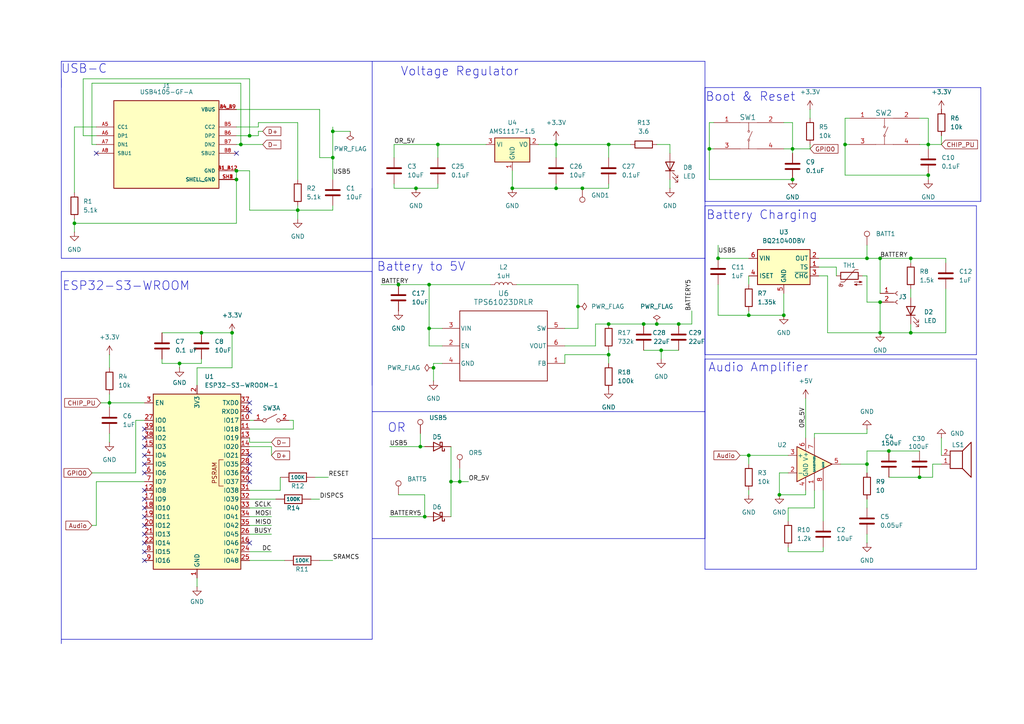
<source format=kicad_sch>
(kicad_sch (version 20231120) (generator "eeschema") (generator_version "8.0")
  (paper "A4")
  (junction (at 217.17 91.44))
  (junction (at 96.52 38.1))
  (junction (at 191.77 101.6))
  (junction (at 189.23 374.65))
  (junction (at 269.24 50.8))
  (junction (at 255.27 87.63))
  (junction (at 115.57 82.55))
  (junction (at 255.27 74.93))
  (junction (at 171.45 367.03))
  (junction (at 226.06 143.51))
  (junction (at 24.13 270.51))
  (junction (at 205.74 43.18))
  (junction (at 69.85 41.91))
  (junction (at 208.28 74.93))
  (junction (at 171.45 382.27))
  (junction (at 264.16 96.52))
  (junction (at 229.87 43.18))
  (junction (at 161.29 54.61))
  (junction (at 161.29 41.91))
  (junction (at 21.59 64.77))
  (junction (at 266.7 138.43))
  (junction (at 186.69 93.98))
  (junction (at 167.64 88.9))
  (junction (at 52.07 105.41))
  (junction (at 148.59 364.49))
  (junction (at 68.58 52.07))
  (junction (at 67.31 96.52))
  (junction (at 123.19 149.86))
  (junction (at 120.65 54.61))
  (junction (at 127 41.91))
  (junction (at 176.53 41.91))
  (junction (at 255.27 96.52))
  (junction (at 280.67 394.97))
  (junction (at 96.52 45.72))
  (junction (at 251.46 74.93))
  (junction (at 196.85 93.98))
  (junction (at 148.59 54.61))
  (junction (at 124.46 82.55))
  (junction (at 31.75 116.84))
  (junction (at 245.11 41.91))
  (junction (at 257.81 130.81))
  (junction (at 115.57 339.09))
  (junction (at 190.5 93.98))
  (junction (at 121.92 129.54))
  (junction (at 115.57 349.25))
  (junction (at 229.87 52.07))
  (junction (at 100.33 359.41))
  (junction (at 227.33 91.44))
  (junction (at 58.42 96.52))
  (junction (at 171.45 394.97))
  (junction (at 251.46 134.62))
  (junction (at 171.45 377.19))
  (junction (at 86.36 60.96))
  (junction (at 269.24 41.91))
  (junction (at 168.91 54.61))
  (junction (at 264.16 74.93))
  (junction (at 100.33 339.09))
  (junction (at 176.53 102.87))
  (junction (at 125.73 106.68))
  (junction (at 171.45 379.73))
  (junction (at 176.53 93.98))
  (junction (at 133.35 139.7))
  (junction (at 24.13 283.21))
  (junction (at 171.45 389.89))
  (junction (at 217.17 132.08))
  (junction (at 130.81 139.7))
  (junction (at 68.58 49.53))
  (junction (at 72.39 39.37))
  (junction (at 130.81 351.79))
  (junction (at 171.45 384.81))
  (junction (at 124.46 95.25))
  (junction (at 171.45 369.57))
  (no_connect (at 41.91 152.4))
  (no_connect (at 41.91 129.54))
  (no_connect (at 27.94 44.45))
  (no_connect (at 303.53 422.91))
  (no_connect (at 41.91 147.32))
  (no_connect (at 41.91 162.56))
  (no_connect (at 41.91 157.48))
  (no_connect (at 41.91 137.16))
  (no_connect (at 41.91 144.78))
  (no_connect (at 303.53 417.83))
  (no_connect (at 72.39 157.48))
  (no_connect (at 41.91 154.94))
  (no_connect (at 283.21 422.91))
  (no_connect (at 72.39 134.62))
  (no_connect (at 41.91 142.24))
  (no_connect (at 41.91 132.08))
  (no_connect (at 41.91 124.46))
  (no_connect (at 72.39 139.7))
  (no_connect (at 283.21 417.83))
  (no_connect (at 41.91 149.86))
  (no_connect (at 41.91 134.62))
  (no_connect (at 72.39 137.16))
  (no_connect (at 72.39 116.84))
  (no_connect (at 41.91 160.02))
  (no_connect (at 72.39 119.38))
  (no_connect (at 191.77 344.17))
  (no_connect (at 72.39 132.08))
  (no_connect (at 191.77 341.63))
  (no_connect (at 41.91 127))
  (no_connect (at 68.58 44.45))
  (wire (pts (xy 303.53 405.13) (xy 321.31 405.13)) (stroke (width 0.1524)))
  (wire (pts (xy 128.27 105.41) (xy 125.73 105.41)))
  (wire (pts (xy 133.35 135.89) (xy 133.35 139.7)))
  (wire (pts (xy 191.77 101.6) (xy 191.77 104.14)))
  (wire (pts (xy 264.16 96.52) (xy 274.32 96.52)))
  (wire (pts (xy 273.05 39.37) (xy 273.05 41.91)))
  (wire (pts (xy 161.29 54.61) (xy 168.91 54.61)))
  (wire (pts (xy 57.15 106.68) (xy 67.31 106.68)))
  (wire (pts (xy 251.46 130.81) (xy 257.81 130.81)))
  (wire (pts (xy 229.87 43.18) (xy 229.87 44.45)))
  (polyline (pts (xy 41.91 384.81) (xy 41.91 410.21)) (stroke (width 0.1524) (type solid)))
  (polyline (pts (xy 107.95 185.42) (xy 107.95 78.74)))
  (wire (pts (xy 171.45 400.05) (xy 171.45 394.97)) (stroke (width 0.1524)))
  (wire (pts (xy 121.92 129.54) (xy 123.19 129.54)))
  (wire (pts (xy 191.77 354.33) (xy 176.53 354.33)) (stroke (width 0.1524)))
  (polyline (pts (xy 107.95 54.61) (xy 107.95 111.76)))
  (polyline (pts (xy 283.21 165.1) (xy 283.21 104.14)))
  (wire (pts (xy 252.73 420.37) (xy 283.21 420.37)) (stroke (width 0.1524)))
  (wire (pts (xy -24.13 283.21) (xy -24.13 280.67)) (stroke (width 0.1524)))
  (polyline (pts (xy -31.75 384.81) (xy 41.91 384.81)) (stroke (width 0.1524) (type solid)))
  (wire (pts (xy 191.77 382.27) (xy 179.07 382.27)) (stroke (width 0.1524)))
  (wire (pts (xy -19.05 270.51) (xy -3.81 270.51)) (stroke (width 0.1524)))
  (wire (pts (xy 24.13 283.21) (xy 24.13 285.75)) (stroke (width 0.1524)))
  (wire (pts (xy 227.33 91.44) (xy 227.33 85.09)))
  (wire (pts (xy 81.28 142.24) (xy 81.28 138.43)))
  (wire (pts (xy 130.81 149.86) (xy 130.81 139.7)))
  (wire (pts (xy 303.53 415.29) (xy 323.85 415.29)) (stroke (width 0.1524)))
  (wire (pts (xy 269.24 34.29) (xy 269.24 41.91)))
  (wire (pts (xy 252.73 415.29) (xy 283.21 415.29)) (stroke (width 0.1524)))
  (wire (pts (xy 148.59 377.19) (xy 148.59 372.11)) (stroke (width 0.1524)))
  (wire (pts (xy 208.28 82.55) (xy 208.28 91.44)))
  (wire (pts (xy 269.24 41.91) (xy 273.05 41.91)))
  (wire (pts (xy 46.99 105.41) (xy 52.07 105.41)))
  (wire (pts (xy 74.93 38.1) (xy 74.93 39.37)))
  (polyline (pts (xy 17.78 17.78) (xy 17.78 25.4)))
  (wire (pts (xy 115.57 346.71) (xy 115.57 349.25)) (stroke (width 0.1524)))
  (wire (pts (xy 68.58 49.53) (xy 68.58 52.07)))
  (wire (pts (xy 217.17 91.44) (xy 217.17 90.17)))
  (wire (pts (xy 92.71 162.56) (xy 96.52 162.56)))
  (wire (pts (xy 72.39 121.92) (xy 73.66 121.92)))
  (wire (pts (xy 196.85 93.98) (xy 200.66 93.98)))
  (wire (pts (xy 179.07 389.89) (xy 171.45 389.89)) (stroke (width 0.1524)))
  (polyline (pts (xy 204.47 102.87) (xy 283.21 102.87)))
  (wire (pts (xy 236.22 147.32) (xy 228.6 147.32)))
  (wire (pts (xy 176.53 41.91) (xy 182.88 41.91)))
  (wire (pts (xy 92.71 31.75) (xy 92.71 45.72)))
  (wire (pts (xy 102.87 359.41) (xy 102.87 364.49)) (stroke (width 0.1524)))
  (wire (pts (xy 176.53 41.91) (xy 176.53 45.72)))
  (wire (pts (xy 176.53 356.87) (xy 191.77 356.87)) (stroke (width 0.1524)))
  (wire (pts (xy 207.01 35.56) (xy 205.74 35.56)))
  (wire (pts (xy 238.76 158.75) (xy 238.76 160.02)))
  (wire (pts (xy 115.57 359.41) (xy 115.57 364.49)) (stroke (width 0.1524)))
  (wire (pts (xy 74.93 334.01) (xy 74.93 339.09)) (stroke (width 0.1524)))
  (polyline (pts (xy 204.47 74.93) (xy 107.95 74.93)))
  (polyline (pts (xy 17.78 78.74) (xy 17.78 80.01)))
  (polyline (pts (xy 204.47 74.93) (xy 204.47 119.38)))
  (wire (pts (xy 227.33 35.56) (xy 229.87 35.56)))
  (wire (pts (xy 86.36 35.56) (xy 86.36 52.07)))
  (wire (pts (xy 217.17 132.08) (xy 217.17 134.62)))
  (wire (pts (xy 251.46 134.62) (xy 251.46 137.16)))
  (wire (pts (xy 205.74 43.18) (xy 205.74 52.07)))
  (wire (pts (xy 26.67 41.91) (xy 26.67 24.13)))
  (wire (pts (xy 100.33 359.41) (xy 82.55 359.41)) (stroke (width 0.1524)))
  (wire (pts (xy 171.45 382.27) (xy 171.45 379.73)) (stroke (width 0.1524)))
  (wire (pts (xy 130.81 339.09) (xy 130.81 344.17)) (stroke (width 0.1524)))
  (wire (pts (xy 115.57 82.55) (xy 124.46 82.55)))
  (wire (pts (xy 251.46 71.12) (xy 251.46 74.93)))
  (wire (pts (xy 205.74 35.56) (xy 205.74 43.18)))
  (wire (pts (xy 96.52 36.83) (xy 96.52 38.1)))
  (wire (pts (xy 252.73 407.67) (xy 283.21 407.67)) (stroke (width 0.1524)))
  (wire (pts (xy 186.69 394.97) (xy 191.77 394.97)) (stroke (width 0.1524)))
  (wire (pts (xy 264.16 74.93) (xy 264.16 76.2)))
  (wire (pts (xy 171.45 384.81) (xy 171.45 382.27)) (stroke (width 0.1524)))
  (wire (pts (xy 90.17 144.78) (xy 92.71 144.78)))
  (wire (pts (xy 228.6 147.32) (xy 228.6 151.13)))
  (wire (pts (xy 21.59 283.21) (xy 24.13 283.21)) (stroke (width 0.1524)))
  (wire (pts (xy 217.17 80.01) (xy 217.17 82.55)))
  (wire (pts (xy 194.31 52.07) (xy 194.31 54.61)))
  (wire (pts (xy 24.13 280.67) (xy 24.13 283.21)) (stroke (width 0.1524)))
  (wire (pts (xy 255.27 96.52) (xy 264.16 96.52)))
  (polyline (pts (xy 284.48 25.4) (xy 284.48 58.42)))
  (wire (pts (xy 86.36 60.96) (xy 96.52 60.96)))
  (wire (pts (xy 123.19 143.51) (xy 123.19 149.86)))
  (wire (pts (xy 273.05 132.08) (xy 273.05 127)))
  (wire (pts (xy -19.05 278.13) (xy -3.81 278.13)) (stroke (width 0.1524)))
  (wire (pts (xy 83.82 121.92) (xy 85.09 121.92)))
  (wire (pts (xy 72.39 49.53) (xy 72.39 60.96)))
  (wire (pts (xy 138.43 364.49) (xy 148.59 364.49)) (stroke (width 0.1524)))
  (wire (pts (xy 251.46 80.01) (xy 251.46 87.63)))
  (wire (pts (xy 283.21 397.51) (xy 280.67 397.51)) (stroke (width 0.1524)))
  (wire (pts (xy 171.45 367.03) (xy 173.99 367.03)) (stroke (width 0.1524)))
  (wire (pts (xy 161.29 53.34) (xy 161.29 54.61)))
  (wire (pts (xy 77.47 349.25) (xy 95.25 349.25)) (stroke (width 0.1524)))
  (wire (pts (xy 179.07 384.81) (xy 171.45 384.81)) (stroke (width 0.1524)))
  (wire (pts (xy 227.33 43.18) (xy 229.87 43.18)))
  (wire (pts (xy 245.11 50.8) (xy 269.24 50.8)))
  (wire (pts (xy 114.3 54.61) (xy 120.65 54.61)))
  (wire (pts (xy 29.21 116.84) (xy 31.75 116.84)))
  (wire (pts (xy 68.58 64.77) (xy 21.59 64.77)))
  (wire (pts (xy 156.21 41.91) (xy 161.29 41.91)))
  (wire (pts (xy 266.7 138.43) (xy 270.51 138.43)))
  (wire (pts (xy 208.28 91.44) (xy 217.17 91.44)))
  (wire (pts (xy 31.75 116.84) (xy 41.91 116.84)))
  (wire (pts (xy 191.77 377.19) (xy 171.45 377.19)) (stroke (width 0.1524)))
  (wire (pts (xy 236.22 125.73) (xy 236.22 127)))
  (wire (pts (xy 24.13 22.86) (xy 72.39 22.86)))
  (wire (pts (xy 205.74 52.07) (xy 229.87 52.07)))
  (wire (pts (xy 245.11 41.91) (xy 245.11 50.8)))
  (wire (pts (xy 189.23 374.65) (xy 176.53 374.65)) (stroke (width 0.1524)))
  (wire (pts (xy 100.33 341.63) (xy 100.33 339.09)) (stroke (width 0.1524)))
  (wire (pts (xy 275.59 394.97) (xy 280.67 394.97)) (stroke (width 0.1524)))
  (wire (pts (xy 100.33 351.79) (xy 100.33 359.41)) (stroke (width 0.1524)))
  (wire (pts (xy 127 53.34) (xy 127 54.61)))
  (wire (pts (xy 86.36 59.69) (xy 86.36 60.96)))
  (wire (pts (xy 191.77 372.11) (xy 189.23 372.11)) (stroke (width 0.1524)))
  (wire (pts (xy 208.28 71.12) (xy 208.28 74.93)))
  (wire (pts (xy 251.46 87.63) (xy 255.27 87.63)))
  (wire (pts (xy 39.37 121.92) (xy 41.91 121.92)))
  (wire (pts (xy 21.59 63.5) (xy 21.59 64.77)))
  (wire (pts (xy 114.3 53.34) (xy 114.3 54.61)))
  (wire (pts (xy 191.77 367.03) (xy 181.61 367.03)) (stroke (width 0.1524)))
  (wire (pts (xy 179.07 364.49) (xy 171.45 364.49)) (stroke (width 0.1524)))
  (wire (pts (xy 171.45 389.89) (xy 171.45 384.81)) (stroke (width 0.1524)))
  (wire (pts (xy 228.6 137.16) (xy 226.06 137.16)))
  (wire (pts (xy 69.85 41.91) (xy 76.2 41.91)))
  (wire (pts (xy 31.75 114.3) (xy 31.75 116.84)))
  (wire (pts (xy 121.92 125.73) (xy 121.92 129.54)))
  (wire (pts (xy 72.39 147.32) (xy 78.74 147.32)))
  (wire (pts (xy 200.66 93.98) (xy 200.66 90.17)))
  (wire (pts (xy 255.27 74.93) (xy 264.16 74.93)))
  (wire (pts (xy 243.84 134.62) (xy 251.46 134.62)))
  (wire (pts (xy 163.83 102.87) (xy 163.83 105.41)))
  (wire (pts (xy 130.81 356.87) (xy 130.81 351.79)) (stroke (width 0.1524)))
  (wire (pts (xy 236.22 142.24) (xy 236.22 147.32)))
  (wire (pts (xy 237.49 77.47) (xy 242.57 77.47)))
  (wire (pts (xy 229.87 35.56) (xy 229.87 43.18)))
  (wire (pts (xy 52.07 105.41) (xy 58.42 105.41)))
  (wire (pts (xy 74.93 339.09) (xy 85.09 339.09)) (stroke (width 0.1524)))
  (wire (pts (xy 100.33 359.41) (xy 102.87 359.41)) (stroke (width 0.1524)))
  (wire (pts (xy 303.53 407.67) (xy 318.77 407.67)) (stroke (width 0.1524)))
  (wire (pts (xy 115.57 351.79) (xy 115.57 349.25)) (stroke (width 0.1524)))
  (wire (pts (xy 72.39 152.4) (xy 78.74 152.4)))
  (wire (pts (xy 74.93 36.83) (xy 74.93 35.56)))
  (polyline (pts (xy 204.47 17.78) (xy 204.47 74.93)))
  (wire (pts (xy 72.39 39.37) (xy 74.93 39.37)))
  (wire (pts (xy 72.39 124.46) (xy 85.09 124.46)))
  (wire (pts (xy 246.38 34.29) (xy 245.11 34.29)))
  (wire (pts (xy 226.06 137.16) (xy 226.06 143.51)))
  (wire (pts (xy 208.28 74.93) (xy 217.17 74.93)))
  (wire (pts (xy 27.94 139.7) (xy 27.94 152.4)))
  (polyline (pts (xy 204.47 104.14) (xy 283.21 104.14)))
  (polyline (pts (xy 346.71 290.83) (xy 224.79 290.83)) (stroke (width 0.1524) (type solid)))
  (wire (pts (xy 125.73 105.41) (xy 125.73 106.68)))
  (wire (pts (xy 191.77 392.43) (xy 173.99 392.43)) (stroke (width 0.1524)))
  (wire (pts (xy 96.52 45.72) (xy 96.52 52.07)))
  (wire (pts (xy 270.51 134.62) (xy 273.05 134.62)))
  (wire (pts (xy 266.7 34.29) (xy 269.24 34.29)))
  (wire (pts (xy 264.16 74.93) (xy 274.32 74.93)))
  (wire (pts (xy 251.46 125.73) (xy 251.46 124.46)))
  (polyline (pts (xy 224.79 339.09) (xy 224.79 290.83)) (stroke (width 0.1524) (type solid)))
  (wire (pts (xy 72.39 160.02) (xy 78.74 160.02)))
  (wire (pts (xy 257.81 138.43) (xy 266.7 138.43)))
  (wire (pts (xy 172.72 100.33) (xy 163.83 100.33)))
  (wire (pts (xy 127 41.91) (xy 140.97 41.91)))
  (wire (pts (xy 86.36 60.96) (xy 86.36 63.5)))
  (wire (pts (xy 217.17 132.08) (xy 228.6 132.08)))
  (wire (pts (xy 233.68 142.24) (xy 233.68 143.51)))
  (wire (pts (xy 125.73 349.25) (xy 115.57 349.25)) (stroke (width 0.1524)))
  (wire (pts (xy 191.77 379.73) (xy 186.69 379.73)) (stroke (width 0.1524)))
  (wire (pts (xy 96.52 38.1) (xy 96.52 45.72)))
  (wire (pts (xy 255.27 74.93) (xy 255.27 85.09)))
  (wire (pts (xy 191.77 336.55) (xy 176.53 336.55)) (stroke (width 0.1524)))
  (wire (pts (xy 74.93 35.56) (xy 86.36 35.56)))
  (wire (pts (xy 189.23 372.11) (xy 189.23 374.65)) (stroke (width 0.1524)))
  (wire (pts (xy 214.63 132.08) (xy 217.17 132.08)))
  (wire (pts (xy 217.17 91.44) (xy 227.33 91.44)))
  (wire (pts (xy 27.94 39.37) (xy 24.13 39.37)))
  (wire (pts (xy 190.5 93.98) (xy 196.85 93.98)))
  (wire (pts (xy 21.59 64.77) (xy 21.59 67.31)))
  (polyline (pts (xy 204.47 59.69) (xy 283.21 59.69)))
  (wire (pts (xy 161.29 40.64) (xy 161.29 41.91)))
  (wire (pts (xy 250.19 80.01) (xy 251.46 80.01)))
  (wire (pts (xy 274.32 74.93) (xy 274.32 76.2)))
  (wire (pts (xy 95.25 367.03) (xy 95.25 369.57)) (stroke (width 0.1524)))
  (wire (pts (xy 72.39 128.27) (xy 78.74 128.27)))
  (wire (pts (xy 26.67 137.16) (xy 39.37 137.16)))
  (wire (pts (xy 24.13 270.51) (xy 24.13 273.05)) (stroke (width 0.1524)))
  (wire (pts (xy 68.58 52.07) (xy 68.58 64.77)))
  (wire (pts (xy 237.49 80.01) (xy 240.03 80.01)))
  (wire (pts (xy 67.31 106.68) (xy 67.31 96.52)))
  (wire (pts (xy 191.77 364.49) (xy 186.69 364.49)) (stroke (width 0.1524)))
  (wire (pts (xy 167.64 88.9) (xy 167.64 95.25)))
  (wire (pts (xy 171.45 364.49) (xy 171.45 367.03)) (stroke (width 0.1524)))
  (wire (pts (xy 72.39 39.37) (xy 68.58 39.37)))
  (wire (pts (xy 120.65 54.61) (xy 127 54.61)))
  (wire (pts (xy 113.03 149.86) (xy 123.19 149.86)))
  (wire (pts (xy 266.7 41.91) (xy 269.24 41.91)))
  (wire (pts (xy 176.53 93.98) (xy 172.72 93.98)))
  (wire (pts (xy 240.03 96.52) (xy 255.27 96.52)))
  (polyline (pts (xy 224.79 384.81) (xy 224.79 339.09)) (stroke (width 0.1524) (type solid)))
  (wire (pts (xy 85.09 124.46) (xy 85.09 121.92)))
  (wire (pts (xy 69.85 24.13) (xy 69.85 41.91)))
  (wire (pts (xy 269.24 43.18) (xy 269.24 41.91)))
  (wire (pts (xy 236.22 125.73) (xy 251.46 125.73)))
  (wire (pts (xy 69.85 41.91) (xy 68.58 41.91)))
  (wire (pts (xy 191.77 369.57) (xy 171.45 369.57)) (stroke (width 0.1524)))
  (wire (pts (xy 280.67 394.97) (xy 283.21 394.97)) (stroke (width 0.1524)))
  (wire (pts (xy 274.32 83.82) (xy 274.32 96.52)))
  (wire (pts (xy 96.52 59.69) (xy 96.52 60.96)))
  (polyline (pts (xy 17.78 185.42) (xy 107.95 185.42)))
  (wire (pts (xy 264.16 93.98) (xy 264.16 96.52)))
  (wire (pts (xy 27.94 36.83) (xy 21.59 36.83)))
  (wire (pts (xy 100.33 339.09) (xy 95.25 339.09)) (stroke (width 0.1524)))
  (polyline (pts (xy 17.78 78.74) (xy 107.95 78.74)))
  (wire (pts (xy 148.59 49.53) (xy 148.59 54.61)))
  (wire (pts (xy 252.73 405.13) (xy 283.21 405.13)) (stroke (width 0.1524)))
  (polyline (pts (xy 346.71 384.81) (xy 224.79 384.81)) (stroke (width 0.1524) (type solid)))
  (wire (pts (xy 68.58 36.83) (xy 74.93 36.83)))
  (wire (pts (xy 191.77 101.6) (xy 196.85 101.6)))
  (wire (pts (xy 255.27 87.63) (xy 255.27 96.52)))
  (wire (pts (xy 179.07 394.97) (xy 171.45 394.97)) (stroke (width 0.1524)))
  (wire (pts (xy 171.45 379.73) (xy 171.45 377.19)) (stroke (width 0.1524)))
  (wire (pts (xy 280.67 397.51) (xy 280.67 394.97)) (stroke (width 0.1524)))
  (polyline (pts (xy 204.47 25.4) (xy 204.47 58.42)))
  (polyline (pts (xy 204.47 104.14) (xy 204.47 165.1)))
  (wire (pts (xy 124.46 100.33) (xy 128.27 100.33)))
  (wire (pts (xy 95.25 382.27) (xy 95.25 379.73)) (stroke (width 0.1524)))
  (wire (pts (xy 78.74 129.54) (xy 78.74 132.08)))
  (wire (pts (xy 72.39 149.86) (xy 78.74 149.86)))
  (wire (pts (xy 163.83 102.87) (xy 176.53 102.87)))
  (wire (pts (xy 176.53 102.87) (xy 176.53 105.41)))
  (wire (pts (xy 102.87 364.49) (xy 100.33 364.49)) (stroke (width 0.1524)))
  (wire (pts (xy 176.53 339.09) (xy 191.77 339.09)) (stroke (width 0.1524)))
  (wire (pts (xy 303.53 420.37) (xy 323.85 420.37)) (stroke (width 0.1524)))
  (wire (pts (xy 270.51 138.43) (xy 270.51 134.62)))
  (polyline (pts (xy 204.47 156.21) (xy 204.47 119.38)))
  (wire (pts (xy 242.57 77.47) (xy 242.57 80.01)))
  (wire (pts (xy 176.53 351.79) (xy 191.77 351.79)) (stroke (width 0.1524)))
  (wire (pts (xy 31.75 116.84) (xy 31.75 118.11)))
  (wire (pts (xy 226.06 143.51) (xy 233.68 143.51)))
  (wire (pts (xy 303.53 410.21) (xy 321.31 410.21)) (stroke (width 0.1524)))
  (wire (pts (xy 72.39 154.94) (xy 78.74 154.94)))
  (wire (pts (xy 303.53 412.75) (xy 321.31 412.75)) (stroke (width 0.1524)))
  (wire (pts (xy 171.45 394.97) (xy 171.45 389.89)) (stroke (width 0.1524)))
  (wire (pts (xy 39.37 137.16) (xy 39.37 121.92)))
  (wire (pts (xy 229.87 43.18) (xy 234.95 43.18)))
  (wire (pts (xy 128.27 95.25) (xy 124.46 95.25)))
  (wire (pts (xy 240.03 80.01) (xy 240.03 96.52)))
  (wire (pts (xy 24.13 267.97) (xy 24.13 270.51)))
  (polyline (pts (xy 107.95 74.93) (xy 107.95 17.78)))
  (wire (pts (xy 190.5 41.91) (xy 194.31 41.91)))
  (wire (pts (xy 167.64 82.55) (xy 167.64 88.9)))
  (wire (pts (xy 251.46 144.78) (xy 251.46 147.32)))
  (wire (pts (xy 26.67 152.4) (xy 27.94 152.4)))
  (wire (pts (xy 27.94 139.7) (xy 41.91 139.7)))
  (wire (pts (xy 176.53 359.41) (xy 191.77 359.41)) (stroke (width 0.1524)))
  (polyline (pts (xy 346.71 339.09) (xy 224.79 339.09)) (stroke (width 0.1524) (type solid)))
  (wire (pts (xy 186.69 384.81) (xy 191.77 384.81)) (stroke (width 0.1524)))
  (polyline (pts (xy 17.78 80.01) (xy 17.78 186.69)))
  (wire (pts (xy 148.59 351.79) (xy 130.81 351.79)) (stroke (width 0.1524)))
  (wire (pts (xy 72.39 127) (xy 72.39 128.27)))
  (wire (pts (xy 72.39 60.96) (xy 86.36 60.96)))
  (wire (pts (xy 148.59 54.61) (xy 161.29 54.61)))
  (wire (pts (xy 269.24 50.8) (xy 269.24 52.07)))
  (wire (pts (xy 251.46 154.94) (xy 251.46 157.48)))
  (polyline (pts (xy 204.47 25.4) (xy 284.48 25.4)))
  (wire (pts (xy 57.15 167.64) (xy 57.15 170.18)))
  (polyline (pts (xy 41.91 313.69) (xy 41.91 384.81)) (stroke (width 0.1524) (type solid)))
  (wire (pts (xy 72.39 142.24) (xy 81.28 142.24)))
  (wire (pts (xy 24.13 39.37) (xy 24.13 22.86)))
  (wire (pts (xy 171.45 377.19) (xy 171.45 369.57)) (stroke (width 0.1524)))
  (wire (pts (xy 186.69 389.89) (xy 191.77 389.89)) (stroke (width 0.1524)))
  (wire (pts (xy 74.93 38.1) (xy 76.2 38.1)))
  (polyline (pts (xy 113.03 410.21) (xy 113.03 483.87)) (stroke (width 0.1524) (type solid)))
  (wire (pts (xy 179.07 379.73) (xy 171.45 379.73)) (stroke (width 0.1524)))
  (wire (pts (xy 228.6 158.75) (xy 228.6 160.02)))
  (wire (pts (xy 31.75 125.73) (xy 31.75 128.27)))
  (wire (pts (xy 245.11 34.29) (xy 245.11 41.91)))
  (wire (pts (xy 283.21 427.99) (xy 283.21 429.26)))
  (polyline (pts (xy 284.48 58.42) (xy 204.47 58.42)))
  (wire (pts (xy 46.99 104.14) (xy 46.99 105.41)))
  (polyline (pts (xy 107.95 156.21) (xy 204.47 156.21)))
  (wire (pts (xy 245.11 41.91) (xy 246.38 41.91)))
  (wire (pts (xy 130.81 361.95) (xy 130.81 364.49)) (stroke (width 0.1524)))
  (wire (pts (xy -3.81 283.21) (xy -24.13 283.21)) (stroke (width 0.1524)))
  (wire (pts (xy 191.77 387.35) (xy 173.99 387.35)) (stroke (width 0.1524)))
  (wire (pts (xy 148.59 354.33) (xy 148.59 351.79)) (stroke (width 0.1524)))
  (wire (pts (xy 57.15 111.76) (xy 57.15 106.68)))
  (wire (pts (xy 72.39 162.56) (xy 82.55 162.56)))
  (wire (pts (xy 68.58 31.75) (xy 92.71 31.75)))
  (wire (pts (xy 252.73 410.21) (xy 283.21 410.21)) (stroke (width 0.1524)))
  (wire (pts (xy 31.75 102.87) (xy 31.75 106.68)))
  (wire (pts (xy 161.29 41.91) (xy 161.29 45.72)))
  (wire (pts (xy 251.46 134.62) (xy 251.46 130.81)))
  (wire (pts (xy 21.59 270.51) (xy 24.13 270.51)) (stroke (width 0.1524)))
  (wire (pts (xy 133.35 139.7) (xy 135.89 139.7)))
  (wire (pts (xy 110.49 82.55) (xy 115.57 82.55)))
  (wire (pts (xy 238.76 142.24) (xy 238.76 151.13)))
  (wire (pts (xy 148.59 364.49) (xy 148.59 359.41)) (stroke (width 0.1524)))
  (wire (pts (xy -19.05 275.59) (xy -3.81 275.59)) (stroke (width 0.1524)))
  (wire (pts (xy 251.46 74.93) (xy 255.27 74.93)))
  (wire (pts (xy 186.69 93.98) (xy 190.5 93.98)))
  (wire (pts (xy 124.46 82.55) (xy 142.24 82.55)))
  (wire (pts (xy 191.77 361.95) (xy 176.53 361.95)) (stroke (width 0.1524)))
  (wire (pts (xy 234.95 41.91) (xy 234.95 43.18)))
  (wire (pts (xy 168.91 54.61) (xy 176.53 54.61)))
  (wire (pts (xy 233.68 115.57) (xy 233.68 127)))
  (wire (pts (xy 46.99 96.52) (xy 58.42 96.52)))
  (wire (pts (xy 264.16 83.82) (xy 264.16 86.36)))
  (wire (pts (xy 171.45 369.57) (xy 171.45 367.03)) (stroke (width 0.1524)))
  (polyline (pts (xy 346.71 440.69) (xy 224.79 440.69)) (stroke (width 0.1524) (type solid)))
  (wire (pts (xy 228.6 160.02) (xy 238.76 160.02)))
  (wire (pts (xy 189.23 374.65) (xy 191.77 374.65)) (stroke (width 0.1524)))
  (wire (pts (xy 194.31 41.91) (xy 194.31 44.45)))
  (wire (pts (xy 114.3 45.72) (xy 114.3 41.91)))
  (polyline (pts (xy 107.95 119.38) (xy 204.47 119.38)))
  (wire (pts (xy 176.53 102.87) (xy 176.53 101.6)))
  (wire (pts (xy 205.74 43.18) (xy 207.01 43.18)))
  (wire (pts (xy 27.94 41.91) (xy 26.67 41.91)))
  (polyline (pts (xy 224.79 440.69) (xy 224.79 384.81)) (stroke (width 0.1524) (type solid)))
  (polyline (pts (xy 17.78 74.93) (xy 107.95 74.93)))
  (polyline (pts (xy 107.95 17.78) (xy 204.47 17.78)))
  (wire (pts (xy 130.81 139.7) (xy 133.35 139.7)))
  (wire (pts (xy 124.46 95.25) (xy 124.46 82.55)))
  (polyline (pts (xy 41.91 410.21) (xy 41.91 483.87)) (stroke (width 0.1524) (type solid)))
  (wire (pts (xy 113.03 129.54) (xy 121.92 129.54)))
  (wire (pts (xy 186.69 101.6) (xy 191.77 101.6)))
  (wire (pts (xy -3.81 273.05) (xy -19.05 273.05)) (stroke (width 0.1524)))
  (wire (pts (xy 58.42 96.52) (xy 67.31 96.52)))
  (wire (pts (xy 237.49 74.93) (xy 251.46 74.93)))
  (polyline (pts (xy 17.78 22.86) (xy 17.78 74.93)))
  (wire (pts (xy 100.33 339.09) (xy 115.57 339.09)) (stroke (width 0.1524)))
  (wire (pts (xy 58.42 104.14) (xy 58.42 105.41)))
  (wire (pts (xy 127 41.91) (xy 127 45.72)))
  (wire (pts (xy 124.46 95.25) (xy 124.46 100.33)))
  (wire (pts (xy 172.72 93.98) (xy 172.72 100.33)))
  (wire (pts (xy 52.07 105.41) (xy 52.07 106.68)))
  (wire (pts (xy 100.33 364.49) (xy 100.33 367.03)) (stroke (width 0.1524)))
  (wire (pts (xy 191.77 349.25) (xy 176.53 349.25)) (stroke (width 0.1524)))
  (wire (pts (xy 115.57 143.51) (xy 123.19 143.51)))
  (wire (pts (xy 176.53 93.98) (xy 186.69 93.98)))
  (wire (pts (xy 72.39 144.78) (xy 80.01 144.78)))
  (wire (pts (xy 72.39 129.54) (xy 78.74 129.54)))
  (wire (pts (xy 130.81 139.7) (xy 130.81 129.54)))
  (polyline (pts (xy 283.21 102.87) (xy 283.21 59.69)))
  (wire (pts (xy 125.73 106.68) (xy 125.73 110.49)))
  (wire (pts (xy 96.52 38.1) (xy 101.6 38.1)))
  (polyline (pts (xy 107.95 17.78) (xy 17.78 17.78)))
  (wire (pts (xy 115.57 339.09) (xy 115.57 341.63)) (stroke (width 0.1524)))
  (wire (pts (xy 114.3 41.91) (xy 127 41.91)))
  (wire (pts (xy 149.86 82.55) (xy 167.64 82.55)))
  (wire (pts (xy 92.71 45.72) (xy 96.52 45.72)))
  (wire (pts (xy 234.95 31.75) (xy 234.95 34.29)))
  (wire (pts (xy 115.57 339.09) (xy 130.81 339.09)) (stroke (width 0.1524)))
  (wire (pts (xy 161.29 41.91) (xy 176.53 41.91)))
  (polyline (pts (xy -31.75 313.69) (xy 41.91 313.69)) (stroke (width 0.1524) (type solid)))
  (polyline (pts (xy 224.79 450.85) (xy 224.79 440.69)) (stroke (width 0.1524) (type solid)))
  (polyline (pts (xy 41.91 410.21) (xy 113.03 410.21)) (stroke (width 0.1524) (type solid)))
  (wire (pts (xy 91.44 138.43) (xy 95.25 138.43)))
  (wire (pts (xy 72.39 22.86) (xy 72.39 39.37)))
  (wire (pts (xy 21.59 36.83) (xy 21.59 55.88)))
  (wire (pts (xy 252.73 412.75) (xy 283.21 412.75)) (stroke (width 0.1524)))
  (wire (pts (xy 217.17 142.24) (xy 217.17 143.51)))
  (wire (pts (xy 26.67 24.13) (xy 69.85 24.13)))
  (polyline (pts (xy 224.79 290.83) (xy 224.79 232.41)) (stroke (width 0.1524) (type solid)))
  (polyline (pts (xy 204.47 165.1) (xy 283.21 165.1)))
  (wire (pts (xy 68.58 49.53) (xy 72.39 49.53)))
  (wire (pts (xy 283.21 400.05) (xy 275.59 400.05)) (stroke (width 0.1524)))
  (wire (pts (xy 167.64 95.25) (xy 163.83 95.25)))
  (wire (pts (xy 257.81 130.81) (xy 266.7 130.81)))
  (wire (pts (xy 100.33 367.03) (xy 95.25 367.03)) (stroke (width 0.1524)))
  (polyline (pts (xy 204.47 59.69) (xy 204.47 102.87)))
  (polyline (pts (xy 41.91 232.41) (xy 41.91 313.69)) (stroke (width 0.1524) (type solid)))
  (wire (pts (xy 176.53 53.34) (xy 176.53 54.61)))
  (text "Voltage Regulator" (at 133.35 20.828 0) (effects (font (size 2.54 2.54))))
  (text "FRAMEBUFFER SRAM" (at -11.43 242.57 0) (effects (font (size 2.54 2.159)) (justify left bottom)))
  (text "Battery to 5V" (at 122.174 77.47 0) (effects (font (size 2.54 2.54))))
  (text "Pervasive Displays 2.0\" Breakout" (at 257.81 466.09 0) (effects (font (size 2.54 2.159)) (justify left bottom)))
  (text "SPI SRAM can be used to store the screen" (at -26.67 247.65 0) (effects (font (size 1.778 1.5113)) (justify left bottom)))
  (text "HEADER PINS" (at -11.43 321.31 0) (effects (font (size 2.54 2.159)) (justify left bottom)))
  (text "Battery Charging" (at 220.98 62.484 0) (effects (font (size 2.54 2.54))))
  (text "data if the MCU doesn't have 6KB free SRAM" (at -26.67 250.19 0) (effects (font (size 1.778 1.5113)) (justify left bottom)))
  (text "OR" (at 115.062 124.206 0) (effects (font (size 2.54 2.54))))
  (text "ESP32-S3-WROOM" (at 36.576 83.058 0) (effects (font (size 2.54 2.54))))
  (text "USB-C" (at 24.384 20.066 0) (effects (font (size 2.54 2.54))))
  (text "Boot & Reset" (at 217.678 28.194 0) (effects (font (size 2.54 2.54))))
  (text "Audio Amplifier" (at 219.964 106.68 0) (effects (font (size 2.54 2.54))))
  (text "3/5V -> 3V LEVEL SHIFTING" (at 270.51 389.89 0) (effects (font (size 2.54 2.159)) (justify left bottom)))
  (label "USB5" (at 113.03 129.54 0))
  (label "VGH" (at 173.99 387.35 0) (effects (font (size 1.2446 1.2446))))
  (label "DISPCS_3V" (at 176.53 356.87 0) (effects (font (size 1.2446 1.2446))))
  (label "OR_5V" (at 233.68 118.11 270))
  (label "MOSI_3V" (at 308.61 407.67 0) (effects (font (size 1.2446 1.2446))))
  (label "SCLK_3V" (at 176.53 359.41 0) (effects (font (size 1.2446 1.2446))))
  (label "SCLK_3V" (at 308.61 405.13 0) (effects (font (size 1.2446 1.2446))))
  (label "SRAMCS" (at 252.73 415.29 0) (effects (font (size 1.2446 1.2446))))
  (label "BATTERY5" (at 113.03 149.86 0))
  (label "USB5" (at 208.28 73.66 0))
  (label "RESET" (at 252.73 420.37 0) (effects (font (size 1.2446 1.2446))))
  (label "SCLK" (at 252.73 405.13 0) (effects (font (size 1.2446 1.2446))))
  (label "BATTERY" (at 255.27 74.93 0))
  (label "MOSI_3V" (at -19.05 270.51 0) (effects (font (size 1.2446 1.2446))))
  (label "DISPCS_3V" (at 308.61 410.21 0) (effects (font (size 1.2446 1.2446))))
  (label "DC" (at 78.74 160.02 180))
  (label "RESET_3V" (at 176.53 351.79 0) (effects (font (size 1.2446 1.2446))))
  (label "SRAMCS" (at 96.52 162.56 0))
  (label "DC" (at 252.73 412.75 0) (effects (font (size 1.2446 1.2446))))
  (label "MOSI" (at 252.73 407.67 0) (effects (font (size 1.2446 1.2446))))
  (label "DC_3V" (at 308.61 412.75 0) (effects (font (size 1.2446 1.2446))))
  (label "VGH" (at 115.57 351.79 180) (effects (font (size 1.2446 1.2446))))
  (label "BATTERY" (at 110.49 82.55 0))
  (label "VGL" (at 173.99 392.43 0) (effects (font (size 1.2446 1.2446))))
  (label "VGL" (at 138.43 364.49 180) (effects (font (size 1.2446 1.2446))))
  (label "BUSY" (at 176.53 349.25 0) (effects (font (size 1.2446 1.2446))))
  (label "MISO" (at 78.74 152.4 180))
  (label "MISO" (at -19.05 273.05 0) (effects (font (size 1.2446 1.2446))))
  (label "OR_5V" (at 135.89 139.7 0))
  (label "MOSI_3V" (at 176.53 361.95 0) (effects (font (size 1.2446 1.2446))))
  (label "OR_5V" (at 114.3 41.91 0))
  (label "BUSY" (at 78.74 154.94 180))
  (label "USB5" (at 96.52 50.8 0))
  (label "RESE" (at 176.53 339.09 0) (effects (font (size 1.2446 1.2446))))
  (label "MOSI" (at 78.74 149.86 180))
  (label "SRAMCS_3V" (at 308.61 415.29 0) (effects (font (size 1.2446 1.2446))))
  (label "DISPCS" (at 252.73 410.21 0) (effects (font (size 1.2446 1.2446))))
  (label "GDR" (at 77.47 349.25 180) (effects (font (size 1.2446 1.2446))))
  (label "SCLK" (at 78.74 147.32 180))
  (label "BATTERY5" (at 200.66 90.17 90))
  (label "GDR" (at 176.53 336.55 0) (effects (font (size 1.2446 1.2446))))
  (label "SCLK_3V" (at -19.05 275.59 0) (effects (font (size 1.2446 1.2446))))
  (label "DC_3V" (at 176.53 354.33 0) (effects (font (size 1.2446 1.2446))))
  (label "RESET_3V" (at 308.61 420.37 0) (effects (font (size 1.2446 1.2446))))
  (label "SRAMCS_3V" (at -19.05 278.13 0) (effects (font (size 1.2446 1.2446))))
  (label "RESE" (at 90.17 359.41 0) (effects (font (size 1.2446 1.2446))))
  (label "DISPCS" (at 92.71 144.78 0))
  (label "RESET" (at 95.25 138.43 0))
  (global_label "D+" (shape input) (at 76.2 38.1 0) (property "Intersheetrefs" "${INTERSHEET_REFS}" (effects (hide yes))))
  (global_label "D-" (shape input) (at 76.2 41.91 0) (property "Intersheetrefs" "${INTERSHEET_REFS}" (effects (hide yes))))
  (global_label "Audio" (shape input) (at 214.63 132.08 180) (property "Intersheetrefs" "${INTERSHEET_REFS}" (effects (hide yes))))
  (global_label "GPIO0" (shape input) (at 234.95 43.18 0) (property "Intersheetrefs" "${INTERSHEET_REFS}" (effects (hide yes))))
  (global_label "CHIP_PU" (shape input) (at 273.05 41.91 0) (property "Intersheetrefs" "${INTERSHEET_REFS}" (effects (hide yes))))
  (global_label "D-" (shape input) (at 78.74 128.27 0) (property "Intersheetrefs" "${INTERSHEET_REFS}" (effects (hide yes))))
  (global_label "Audio" (shape input) (at 26.67 152.4 180) (property "Intersheetrefs" "${INTERSHEET_REFS}" (effects (hide yes))))
  (global_label "D+" (shape input) (at 78.74 132.08 0) (property "Intersheetrefs" "${INTERSHEET_REFS}" (effects (hide yes))))
  (global_label "GPIO0" (shape input) (at 26.67 137.16 180) (property "Intersheetrefs" "${INTERSHEET_REFS}" (effects (hide yes))))
  (global_label "CHIP_PU" (shape input) (at 29.21 116.84 180) (property "Intersheetrefs" "${INTERSHEET_REFS}" (effects (hide yes))))
  (symbol (lib_id "power:PWR_FLAG") (at 190.5 93.98 0) (unit 1)
    (property "Reference" "#FLG03" (effects (hide yes)))
    (property "Value" "PWR_FLAG" (at 190.5 88.9 0))
    (property "Description" "Special symbol for telling ERC where power comes from" (effects (hide yes)))
  )
  (symbol (lib_id "Adafruit eInk Breakout Friend-eagle-import:CAP_CERAMIC0805-NOOUTLINE") (at 184.15 384.81 90) (unit 1)
    (property "Reference" "C22" (at 182.9 387.1 90))
    (property "Value" "1uF" (at 182.9 382.51 90))
    (property "Footprint" "Capacitor_SMD:C_0805_2012Metric" (effects (hide yes)))
  )
  (symbol (lib_id "Device:R") (at 176.53 97.79 0) (unit 1)
    (property "Reference" "R17" (at 179.07 96.5199 0) (effects (justify left)))
    (property "Value" "732k" (at 179.07 99.0599 0) (effects (justify left)))
    (property "Footprint" "Resistor_SMD:R_0805_2012Metric" (effects (hide yes)))
    (property "Description" "Resistor" (effects (hide yes)))
  )
  (symbol (lib_id "power:+3.3V") (at 234.95 31.75 0) (unit 1)
    (property "Reference" "#PWR014" (effects (hide yes)))
    (property "Value" "+3.3V" (at 234.95 26.67 0))
    (property "Description" "Power symbol creates a global label with name \"+3.3V\"" (effects (hide yes)))
  )
  (symbol (lib_id "Adafruit eInk Breakout Friend-eagle-import:RESISTOR0805_NOOUTLINE") (at 95.25 374.65 90) (mirror x) (unit 1)
    (property "Reference" "R15" (at 92.71 374.65 0))
    (property "Value" "0.47ohm" (at 95.25 374.65 0) (effects (font (size 1.016 1.016) (bold yes))))
    (property "Footprint" "Resistor_SMD:R_0805_2012Metric" (effects (hide yes)))
  )
  (symbol (lib_id "Adafruit eInk Breakout Friend-eagle-import:CAP_CERAMIC0805-NOOUTLINE") (at 184.15 389.89 90) (unit 1)
    (property "Reference" "C23" (at 182.9 392.18 90))
    (property "Value" "1uF" (at 182.9 387.59 90))
    (property "Footprint" "Capacitor_SMD:C_0805_2012Metric" (effects (hide yes)))
  )
  (symbol (lib_id "power:GND") (at 24.13 285.75 0) (unit 1)
    (property "Reference" "#PWR043" (effects (hide yes)))
    (property "Value" "GND" (at 24.13 290.83 0))
    (property "Description" "Power symbol creates a global label with name \"GND\" , ground" (effects (hide yes)))
  )
  (symbol (lib_id "Adafruit eInk Breakout Friend-eagle-import:INDUCTORNR401") (at 90.17 339.09 0) (mirror y) (unit 1)
    (property "Reference" "L1" (at 90.17 336.55 0) (effects (font (size 1.27 1.0795))))
    (property "Value" "10uH" (at 90.17 340.63 0) (effects (font (size 1.27 1.0795))))
    (property "Footprint" "Adafruit Display Components:Inductor L1" (effects (hide yes)))
  )
  (symbol (lib_id "power:GND") (at 171.45 400.05 0) (unit 1)
    (property "Reference" "#PWR036" (effects (hide yes)))
    (property "Value" "GND" (at 171.45 405.13 0))
    (property "Description" "Power symbol creates a global label with name \"GND\" , ground" (effects (hide yes)))
  )
  (symbol (lib_id "Device:C") (at 176.53 49.53 0) (unit 1)
    (property "Reference" "C27" (at 180.34 48.2599 0) (effects (justify left)))
    (property "Value" "0.1uF" (at 180.34 50.7999 0) (effects (justify left)))
    (property "Footprint" "Capacitor_SMD:C_0805_2012Metric" (effects (hide yes)))
    (property "Description" "Unpolarized capacitor" (effects (hide yes)))
  )
  (symbol (lib_id "Device:R") (at 251.46 140.97 0) (unit 1)
    (property "Reference" "R9" (at 254 139.6999 0) (effects (justify left)))
    (property "Value" "10" (at 254 142.2399 0) (effects (justify left)))
    (property "Footprint" "Resistor_SMD:R_0805_2012Metric" (effects (hide yes)))
    (property "Description" "Resistor" (effects (hide yes)))
  )
  (symbol (lib_id "Device:C") (at 115.57 86.36 0) (unit 1)
    (property "Reference" "C17" (at 119.38 85.0899 0) (effects (justify left)))
    (property "Value" "10uF" (at 119.38 87.6299 0) (effects (justify left)))
    (property "Footprint" "Capacitor_SMD:C_0805_2012Metric" (effects (hide yes)))
    (property "Description" "Unpolarized capacitor" (effects (hide yes)))
  )
  (symbol (lib_id "Device:C") (at 46.99 100.33 0) (unit 1)
    (property "Reference" "C7" (at 50.8 99.0599 0) (effects (justify left)))
    (property "Value" "0.1 uF" (at 50.8 101.5999 0) (effects (justify left)))
    (property "Footprint" "Capacitor_SMD:C_0805_2012Metric" (effects (hide yes)))
    (property "Description" "Unpolarized capacitor" (effects (hide yes)))
  )
  (symbol (lib_id "Adafruit eInk Breakout Friend-eagle-import:CAP_CERAMIC0805-NOOUTLINE") (at 148.59 369.57 0) (mirror y) (unit 1)
    (property "Reference" "C16" (at 150.88 368.32 90))
    (property "Value" "1uF" (at 146.29 368.32 90))
    (property "Footprint" "Capacitor_SMD:C_0805_2012Metric" (effects (hide yes)))
  )
  (symbol (lib_id "Adafruit eInk Breakout Friend-eagle-import:IRLML2060TRPBF") (at 97.79 346.71 0) (unit 1)
    (property "Reference" "Q1" (at 102.87 346.075 0) (effects (font (size 1.27 1.0795)) (justify left bottom)))
    (property "Value" "IRLML0100" (at 102.87 347.98 0) (effects (font (size 1.27 1.0795)) (justify left bottom)))
    (property "Footprint" "Adafruit Display Components:Q1 IRLML0100" (effects (hide yes)))
  )
  (symbol (lib_id "power:+3.3V") (at 31.75 102.87 0) (unit 1)
    (property "Reference" "#PWR04" (effects (hide yes)))
    (property "Value" "+3.3V" (at 31.75 97.79 0))
    (property "Description" "Power symbol creates a global label with name \"+3.3V\"" (effects (hide yes)))
  )
  (symbol (lib_id "power:GND") (at 227.33 91.44 0) (unit 1)
    (property "Reference" "#PWR023" (effects (hide yes)))
    (property "Value" "GND" (at 227.33 96.52 0))
    (property "Description" "Power symbol creates a global label with name \"GND\" , ground" (effects (hide yes)))
  )
  (symbol (lib_id "power:GND") (at 251.46 157.48 0) (unit 1)
    (property "Reference" "#PWR09" (effects (hide yes)))
    (property "Value" "GND" (at 251.46 162.56 0))
    (property "Description" "Power symbol creates a global label with name \"GND\" , ground" (effects (hide yes)))
  )
  (symbol (lib_id "smart-wallet-lib:TPS61023DRLR") (at 146.05 100.33 0) (unit 1)
    (property "Reference" "U6" (at 146.05 85.09 0) (effects (font (size 1.524 1.524))))
    (property "Value" "TPS61023DRLR" (at 146.05 87.63 0) (effects (font (size 1.524 1.524))))
    (property "Footprint" "Smart-Wallet-Footprints:DRL0006A" (effects (hide yes)))
    (property "Datasheet" "TPS61023DRLR" (effects (hide yes)))
  )
  (symbol (lib_id "Device:C") (at 31.75 121.92 0) (unit 1)
    (property "Reference" "C6" (at 35.56 120.6499 0) (effects (justify left)))
    (property "Value" "1uF" (at 35.56 123.1899 0) (effects (justify left)))
    (property "Footprint" "Capacitor_SMD:C_0805_2012Metric" (effects (hide yes)))
    (property "Description" "Unpolarized capacitor" (effects (hide yes)))
  )
  (symbol (lib_id "Connector:TestPoint") (at 168.91 54.61 180) (unit 1)
    (property "Reference" "GND1" (at 171.45 56.6419 0) (effects (justify right)))
    (property "Value" "TestPoint" (effects (hide yes)))
    (property "Footprint" "MountingHole:MountingHole_2.5mm_Pad" (effects (hide yes)))
    (property "Description" "test point" (effects (hide yes)))
  )
  (symbol (lib_id "Adafruit eInk Breakout Friend-eagle-import:CAP_CERAMIC0805-NOOUTLINE") (at 130.81 349.25 0) (mirror y) (unit 1)
    (property "Reference" "C15" (at 133.1 348 90))
    (property "Value" "10uF" (at 128.51 348 90))
    (property "Footprint" "Capacitor_SMD:C_0805_2012Metric" (effects (hide yes)))
  )
  (symbol (lib_id "Adafruit eInk Breakout Friend-eagle-import:RESISTOR_0603_NOOUT") (at 86.36 138.43 180) (unit 1)
    (property "Reference" "R12" (at 86.36 140.97 0))
    (property "Value" "100K" (at 86.36 138.43 0) (effects (font (size 1.016 1.016) (bold yes))))
    (property "Footprint" "Resistor_SMD:R_0805_2012Metric" (effects (hide yes)))
  )
  (symbol (lib_id "Adafruit eInk Breakout Friend-eagle-import:CAP_CERAMIC0805_10MGAP") (at 24.13 278.13 0) (unit 1)
    (property "Reference" "C13" (at 21.84 276.88 90))
    (property "Value" "1uF" (at 26.43 276.88 90))
    (property "Footprint" "Capacitor_SMD:C_0805_2012Metric" (effects (hide yes)))
  )
  (symbol (lib_id "Amplifier_Audio:LM386") (at 236.22 134.62 0) (unit 1)
    (property "Reference" "U2" (at 226.822 129.032 0))
    (property "Value" "LM386" (effects (hide yes)))
    (property "Footprint" "Adafruit Display Components:LM386" (effects (hide yes)))
    (property "Datasheet" "http://www.ti.com/lit/ds/symlink/lm386.pdf" (effects (hide yes)))
    (property "Description" "Low Voltage Audio Power Amplifier, DIP-8/SOIC-8/SSOP-8" (effects (hide yes)))
  )
  (symbol (lib_id "Device:C") (at 196.85 97.79 0) (unit 1)
    (property "Reference" "C29" (at 199.644 96.52 0) (effects (justify left)))
    (property "Value" "22uF" (at 199.644 99.06 0) (effects (justify left)))
    (property "Footprint" "Capacitor_SMD:C_0805_2012Metric" (effects (hide yes)))
    (property "Description" "Unpolarized capacitor" (effects (hide yes)))
  )
  (symbol (lib_id "Device:LED") (at 194.31 48.26 90) (unit 1)
    (property "Reference" "D8" (at 198.12 48.5774 90) (effects (justify right)))
    (property "Value" "LED" (at 198.12 51.1174 90) (effects (justify right)))
    (property "Footprint" "LED_SMD:LED_0805_2012Metric" (effects (hide yes)))
    (property "Description" "Light emitting diode" (effects (hide yes)))
  )
  (symbol (lib_id "Connector:Conn_01x02_Socket") (at 260.35 85.09 0) (unit 1)
    (property "Reference" "J3" (at 260.604 86.106 0) (effects (justify left)))
    (property "Value" "Conn_01x02_Socket" (effects (hide yes)))
    (property "Footprint" "Connector_JST:JST_SH_SM02B-SRSS-TB_1x02-1MP_P1.00mm_Horizontal" (effects (hide yes)))
    (property "Description" "Generic connector, single row, 01x02, script generated" (effects (hide yes)))
  )
  (symbol (lib_id "RF_Module:ESP32-S3-WROOM-1") (at 57.15 139.7 0) (unit 1)
    (property "Reference" "U1" (at 59.3441 109.22 0) (effects (justify left)))
    (property "Value" "ESP32-S3-WROOM-1" (at 59.3441 111.76 0) (effects (justify left)))
    (property "Footprint" "RF_Module:ESP32-S3-WROOM-1" (effects (hide yes)))
    (property "Datasheet" "https://www.espressif.com/sites/default/files/documentation/esp32-s3-wroom-1_wroom-1u_datasheet_en.pdf" (effects (hide yes)))
    (property "Description" "RF Module, ESP32-S3 SoC, Wi-Fi 802.11b/g/n, Bluetooth, BLE, 32-bit, 3.3V, onboard antenna, SMD" (effects (hide yes)))
  )
  (symbol (lib_id "Adafruit eInk Breakout Friend-eagle-import:74LCX245") (at 293.37 412.75 0) (unit 1)
    (property "Reference" "U7" (at 285.75 389.89 0) (effects (font (size 1.27 1.0795)) (justify left bottom)))
    (property "Value" "74LCX245" (effects (hide yes)))
    (property "Footprint" "Adafruit Display Components:74LCX245" (effects (hide yes)))
  )
  (symbol (lib_id "Device:C") (at 274.32 80.01 0) (unit 1)
    (property "Reference" "C12" (at 278.13 78.7399 0) (effects (justify left)))
    (property "Value" "1uF" (at 278.13 81.2799 0) (effects (justify left)))
    (property "Footprint" "Capacitor_SMD:C_0805_2012Metric" (effects (hide yes)))
    (property "Description" "Unpolarized capacitor" (effects (hide yes)))
  )
  (symbol (lib_id "Adafruit eInk Breakout Friend-eagle-import:RESISTOR_0603_NOOUT") (at 85.09 144.78 180) (unit 1)
    (property "Reference" "R14" (at 85.09 147.32 0))
    (property "Value" "100K" (at 85.09 144.78 0) (effects (font (size 1.016 1.016) (bold yes))))
    (property "Footprint" "Resistor_SMD:R_0805_2012Metric" (effects (hide yes)))
  )
  (symbol (lib_id "Device:R") (at 31.75 110.49 0) (unit 1)
    (property "Reference" "R4" (at 34.29 109.2199 0) (effects (justify left)))
    (property "Value" "10k" (at 34.29 111.7599 0) (effects (justify left)))
    (property "Footprint" "Resistor_SMD:R_0805_2012Metric" (effects (hide yes)))
    (property "Description" "Resistor" (effects (hide yes)))
  )
  (symbol (lib_id "power:GND") (at 273.05 127 180) (unit 1)
    (property "Reference" "#PWR021" (effects (hide yes)))
    (property "Value" "GND" (at 275.59 125.7299 0) (effects (justify right)))
    (property "Description" "Power symbol creates a global label with name \"GND\" , ground" (effects (hide yes)))
  )
  (symbol (lib_id "power:+3.3V") (at 161.29 40.64 0) (unit 1)
    (property "Reference" "#PWR029" (effects (hide yes)))
    (property "Value" "+3.3V" (at 161.29 35.56 0))
    (property "Description" "Power symbol creates a global label with name \"+3.3V\"" (effects (hide yes)))
  )
  (symbol (lib_id "Device:R") (at 264.16 80.01 0) (unit 1)
    (property "Reference" "R8" (at 266.7 78.7399 0) (effects (justify left)))
    (property "Value" "1.5k" (at 266.7 81.2799 0) (effects (justify left)))
    (property "Footprint" "Resistor_SMD:R_0805_2012Metric" (effects (hide yes)))
    (property "Description" "Resistor" (effects (hide yes)))
  )
  (symbol (lib_id "power:GND") (at 269.24 52.07 0) (unit 1)
    (property "Reference" "#PWR016" (effects (hide yes)))
    (property "Value" "GND" (at 269.24 57.15 0))
    (property "Description" "Power symbol creates a global label with name \"GND\" , ground" (effects (hide yes)))
  )
  (symbol (lib_id "power:+3.3V") (at 176.53 374.65 0) (unit 1)
    (property "Reference" "#PWR032" (effects (hide yes)))
    (property "Value" "+3.3V" (at 176.53 371.094 0))
    (property "Description" "Power symbol creates a global label with name \"+3.3V\"" (effects (hide yes)))
  )
  (symbol (lib_id "power:GND") (at 226.06 143.51 0) (unit 1)
    (property "Reference" "#PWR06" (effects (hide yes)))
    (property "Value" "GND" (at 226.06 148.59 0))
    (property "Description" "Power symbol creates a global label with name \"GND\" , ground" (effects (hide yes)))
  )
  (symbol (lib_id "Device:Thermistor_NTC") (at 246.38 80.01 90) (unit 1)
    (property "Reference" "TH1" (at 246.38 76.962 90))
    (property "Value" "Thermistor_NTC" (effects (hide yes)))
    (property "Footprint" "Resistor_SMD:R_0805_2012Metric" (effects (hide yes)))
    (property "Description" "Temperature dependent resistor, negative temperature coefficient" (effects (hide yes)))
  )
  (symbol (lib_id "Device:R") (at 217.17 86.36 0) (unit 1)
    (property "Reference" "R7" (at 219.71 85.0899 0) (effects (justify left)))
    (property "Value" "1.35k" (at 219.71 87.6299 0) (effects (justify left)))
    (property "Footprint" "Resistor_SMD:R_0603_1608Metric" (effects (hide yes)))
    (property "Description" "Resistor" (effects (hide yes)))
  )
  (symbol (lib_id "Device:R") (at 86.36 55.88 0) (unit 1)
    (property "Reference" "R2" (at 88.9 54.6099 0) (effects (justify left)))
    (property "Value" "5.1k" (at 88.9 57.1499 0) (effects (justify left)))
    (property "Footprint" "Resistor_SMD:R_0805_2012Metric" (effects (hide yes)))
    (property "Description" "Resistor" (effects (hide yes)))
  )
  (symbol (lib_id "power:GND") (at 31.75 128.27 0) (unit 1)
    (property "Reference" "#PWR010" (effects (hide yes)))
    (property "Value" "GND" (at 31.75 133.35 0))
    (property "Description" "Power symbol creates a global label with name \"GND\" , ground" (effects (hide yes)))
  )
  (symbol (lib_id "Device:D_Schottky") (at 127 129.54 180) (unit 1)
    (property "Reference" "D5" (at 126.746 126.746 0))
    (property "Value" "D_Schottky" (effects (hide yes)))
    (property "Footprint" "Diode_SMD:D_SOD-128" (effects (hide yes)))
    (property "Description" "Schottky diode" (effects (hide yes)))
  )
  (symbol (lib_id "power:GND") (at 120.65 54.61 0) (unit 1)
    (property "Reference" "#PWR027" (effects (hide yes)))
    (property "Value" "GND" (at 120.65 59.69 0))
    (property "Description" "Power symbol creates a global label with name \"GND\" , ground" (effects (hide yes)))
  )
  (symbol (lib_id "power:GND") (at 191.77 104.14 0) (unit 1)
    (property "Reference" "#PWR045" (effects (hide yes)))
    (property "Value" "GND" (at 191.77 109.22 0))
    (property "Description" "Power symbol creates a global label with name \"GND\" , ground" (effects (hide yes)))
  )
  (symbol (lib_id "Switch:SW_DPST_x2") (at 78.74 121.92 0) (unit 1)
    (property "Reference" "SW3" (at 78.74 118.364 0))
    (property "Value" "SW_DPST_x2" (effects (hide yes)))
    (property "Footprint" "Smart-Wallet-Footprints:MISM-7LR-6-10 REED" (effects (hide yes)))
    (property "Description" "Single Pole Single Throw (SPST) switch, separate symbol" (effects (hide yes)))
  )
  (symbol (lib_id "Device:R") (at 228.6 154.94 0) (unit 1)
    (property "Reference" "R10" (at 231.14 153.6699 0) (effects (justify left)))
    (property "Value" "1.2k" (at 231.14 156.2099 0) (effects (justify left)))
    (property "Footprint" "Resistor_SMD:R_0805_2012Metric" (effects (hide yes)))
    (property "Description" "Resistor" (effects (hide yes)))
  )
  (symbol (lib_id "smart-wallet-lib:PTS810_SJM_250_SMTR_LFS") (at 236.22 36.83 0) (unit 1)
    (property "Reference" "SW2" (at 256.286 32.766 0) (effects (font (size 1.524 1.524))))
    (property "Value" "PTS810 SJM 250 SMTR LFS" (effects (hide yes)))
    (property "Footprint" "Adafruit Display Components:PTS810_CNK" (effects (hide yes)))
    (property "Datasheet" "PTS810 SJM 250 SMTR LFS" (effects (hide yes)))
  )
  (symbol (lib_id "Device:C") (at 257.81 134.62 180) (unit 1)
    (property "Reference" "C4" (at 256.54 126.746 0) (effects (justify right)))
    (property "Value" "150uF" (at 255.524 128.524 0) (effects (justify right)))
    (property "Footprint" "Capacitor_SMD:C_1210_3225Metric" (effects (hide yes)))
    (property "Description" "Unpolarized capacitor" (effects (hide yes)))
  )
  (symbol (lib_id "Device:C") (at 186.69 97.79 0) (unit 1)
    (property "Reference" "C28" (at 189.23 96.52 0) (effects (justify left)))
    (property "Value" "22uF" (at 189.484 99.06 0) (effects (justify left)))
    (property "Footprint" "Capacitor_SMD:C_0805_2012Metric" (effects (hide yes)))
    (property "Description" "Unpolarized capacitor" (effects (hide yes)))
  )
  (symbol (lib_id "Device:C") (at 58.42 100.33 0) (unit 1)
    (property "Reference" "C8" (at 62.23 99.0599 0) (effects (justify left)))
    (property "Value" "10uF" (at 62.23 101.5999 0) (effects (justify left)))
    (property "Footprint" "Capacitor_SMD:C_0805_2012Metric" (effects (hide yes)))
    (property "Description" "Unpolarized capacitor" (effects (hide yes)))
  )
  (symbol (lib_id "Device:Speaker") (at 278.13 134.62 0) (mirror x) (unit 1)
    (property "Reference" "LS1" (at 277.876 129.032 0))
    (property "Value" "Speaker" (effects (hide yes)))
    (property "Footprint" "Smart-Wallet-Footprints:CMS-151504 Speaker" (effects (hide yes)))
    (property "Description" "Speaker" (effects (hide yes)))
  )
  (symbol (lib_id "power:GND") (at 148.59 377.19 0) (unit 1)
    (property "Reference" "#PWR038" (effects (hide yes)))
    (property "Value" "GND" (at 148.59 382.27 0))
    (property "Description" "Power symbol creates a global label with name \"GND\" , ground" (effects (hide yes)))
  )
  (symbol (lib_id "power:GND") (at 251.46 124.46 180) (unit 1)
    (property "Reference" "#PWR08" (effects (hide yes)))
    (property "Value" "GND" (at 251.46 119.38 0))
    (property "Description" "Power symbol creates a global label with name \"GND\" , ground" (effects (hide yes)))
  )
  (symbol (lib_id "Adafruit eInk Breakout Friend-eagle-import:CAP_CERAMIC0805-NOOUTLINE") (at 179.07 367.03 90) (unit 1)
    (property "Reference" "C19" (at 180.594 368.808 90))
    (property "Value" "1uF" (at 180.594 366.014 90))
    (property "Footprint" "Capacitor_SMD:C_0805_2012Metric" (effects (hide yes)))
  )
  (symbol (lib_id "Adafruit eInk Breakout Friend-eagle-import:EINK_24PIN_CONNECTOR") (at 204.47 364.49 0) (unit 1)
    (property "Reference" "EINK1" (at 194.31 321.31 0) (effects (font (size 1.27 1.0795)) (justify left bottom)))
    (property "Value" "EINK_24PIN_CONNECTOR" (at 194.31 407.67 0) (effects (font (size 1.27 1.0795)) (justify left bottom)))
    (property "Footprint" "Adafruit Display Components:EINK_24PIN" (effects (hide yes)))
  )
  (symbol (lib_id "Adafruit eInk Breakout Friend-eagle-import:DIODE-SCHOTTKYSOD-123") (at 115.57 344.17 90) (mirror x) (unit 1)
    (property "Reference" "D1" (at 113.03 344.17 0) (effects (font (size 1.27 1.0795))))
    (property "Value" "MBR0530" (at 118.07 344.17 0) (effects (font (size 1.27 1.0795))))
    (property "Footprint" "Adafruit Display Components:MBR0530" (effects (hide yes)))
  )
  (symbol (lib_id "Connector:TestPoint") (at 121.92 125.73 0) (unit 1)
    (property "Reference" "USB5" (at 124.46 121.1579 0) (effects (justify left)))
    (property "Value" "TestPoint" (effects (hide yes)))
    (property "Footprint" "MountingHole:MountingHole_2.5mm_Pad" (effects (hide yes)))
    (property "Description" "test point" (effects (hide yes)))
  )
  (symbol (lib_id "Adafruit eInk Breakout Friend-eagle-import:CAP_CERAMIC0805-NOOUTLINE") (at 176.53 382.27 90) (unit 1)
    (property "Reference" "C18" (at 175.28 384.56 90))
    (property "Value" "1uF" (at 175.28 379.97 90))
    (property "Footprint" "Capacitor_SMD:C_0805_2012Metric" (effects (hide yes)))
  )
  (symbol (lib_id "Connector:TestPoint") (at 133.35 135.89 0) (unit 1)
    (property "Reference" "OR5" (at 135.89 131.3179 0) (effects (justify left)))
    (property "Value" "TestPoint" (effects (hide yes)))
    (property "Footprint" "MountingHole:MountingHole_2.5mm_Pad" (effects (hide yes)))
    (property "Description" "test point" (effects (hide yes)))
  )
  (symbol (lib_id "Adafruit eInk Breakout Friend-eagle-import:CAP_CERAMIC0805-NOOUTLINE") (at 115.57 356.87 0) (mirror y) (unit 1)
    (property "Reference" "C14" (at 117.86 355.62 90))
    (property "Value" "1uF" (at 113.27 355.62 90))
    (property "Footprint" "Capacitor_SMD:C_0805_2012Metric" (effects (hide yes)))
  )
  (symbol (lib_id "power:+3.3V") (at 24.13 267.97 0) (unit 1)
    (property "Reference" "#PWR019" (effects (hide yes)))
    (property "Value" "+3.3V" (at 24.13 262.89 0))
    (property "Description" "Power symbol creates a global label with name \"+3.3V\"" (effects (hide yes)))
  )
  (symbol (lib_id "power:GND") (at 115.57 90.17 0) (unit 1)
    (property "Reference" "#PWR044" (effects (hide yes)))
    (property "Value" "GND" (at 115.57 95.25 0))
    (property "Description" "Power symbol creates a global label with name \"GND\" , ground" (effects (hide yes)))
  )
  (symbol (lib_id "power:GND") (at 176.53 113.03 0) (unit 1)
    (property "Reference" "#PWR037" (effects (hide yes)))
    (property "Value" "GND" (at 176.53 118.11 0))
    (property "Description" "Power symbol creates a global label with name \"GND\" , ground" (effects (hide yes)))
  )
  (symbol (lib_id "power:GND") (at 275.59 400.05 0) (unit 1)
    (property "Reference" "#PWR034" (effects (hide yes)))
    (property "Value" "GND" (at 275.59 403.606 0))
    (property "Description" "Power symbol creates a global label with name \"GND\" , ground" (effects (hide yes)))
  )
  (symbol (lib_id "Connector:TestPoint") (at 115.57 143.51 0) (unit 1)
    (property "Reference" "BATT5" (at 118.11 138.9379 0) (effects (justify left)))
    (property "Value" "TestPoint" (effects (hide yes)))
    (property "Footprint" "MountingHole:MountingHole_2.5mm_Pad" (effects (hide yes)))
    (property "Description" "test point" (effects (hide yes)))
  )
  (symbol (lib_id "Device:R") (at 273.05 35.56 0) (unit 1)
    (property "Reference" "R6" (at 275.59 34.2899 0) (effects (justify left)))
    (property "Value" "10k" (at 275.59 36.8299 0) (effects (justify left)))
    (property "Footprint" "Resistor_SMD:R_0805_2012Metric" (effects (hide yes)))
    (property "Description" "Resistor" (effects (hide yes)))
  )
  (symbol (lib_id "Adafruit eInk Breakout Friend-eagle-import:FRAME_A3") (at 224.79 486.41 0) (unit 3)
    (property "Reference" "#FRAME1" (effects (hide yes)))
    (property "Value" "FRAME_A3" (effects (hide yes)))
  )
  (symbol (lib_id "Device:C") (at 229.87 48.26 0) (unit 1)
    (property "Reference" "C9" (at 233.68 46.9899 0) (effects (justify left)))
    (property "Value" "0.1uF" (at 233.68 49.5299 0) (effects (justify left)))
    (property "Footprint" "Capacitor_SMD:C_0805_2012Metric" (effects (hide yes)))
    (property "Description" "Unpolarized capacitor" (effects (hide yes)))
  )
  (symbol (lib_id "power:GND") (at 52.07 106.68 0) (unit 1)
    (property "Reference" "#PWR011" (effects (hide yes)))
    (property "Value" "GND" (at 52.07 110.998 0))
    (property "Description" "Power symbol creates a global label with name \"GND\" , ground" (effects (hide yes)))
  )
  (symbol (lib_id "power:PWR_FLAG") (at 167.64 88.9 270) (unit 1)
    (property "Reference" "#FLG02" (effects (hide yes)))
    (property "Value" "PWR_FLAG" (at 171.45 88.8999 90) (effects (justify left)))
    (property "Description" "Special symbol for telling ERC where power comes from" (effects (hide yes)))
  )
  (symbol (lib_id "power:GND") (at 21.59 67.31 0) (unit 1)
    (property "Reference" "#PWR01" (effects (hide yes)))
    (property "Value" "GND" (at 21.59 72.39 0))
    (property "Description" "Power symbol creates a global label with name \"GND\" , ground" (effects (hide yes)))
  )
  (symbol (lib_id "Device:C") (at 96.52 55.88 0) (unit 1)
    (property "Reference" "C1" (at 100.33 54.6099 0) (effects (justify left)))
    (property "Value" "10uF" (at 100.33 57.1499 0) (effects (justify left)))
    (property "Footprint" "Capacitor_SMD:C_0805_2012Metric" (effects (hide yes)))
    (property "Description" "Unpolarized capacitor" (effects (hide yes)))
  )
  (symbol (lib_id "Adafruit eInk Breakout Friend-eagle-import:CAP_CERAMIC0805-NOOUTLINE") (at 184.15 364.49 90) (unit 1)
    (property "Reference" "C20" (at 185.928 366.014 90))
    (property "Value" "1uF" (at 185.928 363.22 90))
    (property "Footprint" "Capacitor_SMD:C_0805_2012Metric" (effects (hide yes)))
  )
  (symbol (lib_id "power:GND") (at 86.36 63.5 0) (unit 1)
    (property "Reference" "#PWR02" (effects (hide yes)))
    (property "Value" "GND" (at 86.36 68.58 0))
    (property "Description" "Power symbol creates a global label with name \"GND\" , ground" (effects (hide yes)))
  )
  (symbol (lib_id "power:GND") (at 130.81 364.49 0) (unit 1)
    (property "Reference" "#PWR039" (effects (hide yes)))
    (property "Value" "GND" (at 130.81 369.57 0))
    (property "Description" "Power symbol creates a global label with name \"GND\" , ground" (effects (hide yes)))
  )
  (symbol (lib_id "power:GND") (at 57.15 170.18 0) (unit 1)
    (property "Reference" "#PWR013" (effects (hide yes)))
    (property "Value" "GND" (at 57.15 174.498 0))
    (property "Description" "Power symbol creates a global label with name \"GND\" , ground" (effects (hide yes)))
  )
  (symbol (lib_id "Battery_Management:BQ21040DBV") (at 227.33 77.47 0) (unit 1)
    (property "Reference" "U3" (at 227.33 67.31 0))
    (property "Value" "BQ21040DBV" (at 227.33 69.85 0))
    (property "Footprint" "Package_TO_SOT_SMD:SOT-23-6" (effects (hide yes)))
    (property "Datasheet" "https://www.ti.com/lit/ds/symlink/bq21040.pdf" (effects (hide yes)))
    (property "Description" "Single cell, 0.8A Li-Ion/Li-Po linear charge management controller, up to 30V input, 4.2V charge voltage, Open-Drain Status Output, Temperature sense input, SOT-23-6" (effects (hide yes)))
  )
  (symbol (lib_id "Device:R") (at 21.59 59.69 0) (unit 1)
    (property "Reference" "R1" (at 24.13 58.4199 0) (effects (justify left)))
    (property "Value" "5.1k" (at 24.13 60.9599 0) (effects (justify left)))
    (property "Footprint" "Resistor_SMD:R_0805_2012Metric" (effects (hide yes)))
    (property "Description" "Resistor" (effects (hide yes)))
  )
  (symbol (lib_id "Device:R") (at 234.95 38.1 0) (unit 1)
    (property "Reference" "R5" (at 237.49 36.8299 0) (effects (justify left)))
    (property "Value" "10k" (at 237.49 39.3699 0) (effects (justify left)))
    (property "Footprint" "Resistor_SMD:R_0805_2012Metric" (effects (hide yes)))
    (property "Description" "Resistor" (effects (hide yes)))
  )
  (symbol (lib_id "power:GND") (at 229.87 52.07 0) (unit 1)
    (property "Reference" "#PWR015" (effects (hide yes)))
    (property "Value" "GND" (at 229.87 57.15 0))
    (property "Description" "Power symbol creates a global label with name \"GND\" , ground" (effects (hide yes)))
  )
  (symbol (lib_id "power:+3.3V") (at -24.13 280.67 0) (unit 1)
    (property "Reference" "#PWR07" (effects (hide yes)))
    (property "Value" "+3.3V" (at -24.13 275.59 0))
    (property "Description" "Power symbol creates a global label with name \"+3.3V\"" (effects (hide yes)))
  )
  (symbol (lib_id "power:GND") (at 148.59 54.61 0) (unit 1)
    (property "Reference" "#PWR028" (effects (hide yes)))
    (property "Value" "GND" (at 148.59 59.69 0))
    (property "Description" "Power symbol creates a global label with name \"GND\" , ground" (effects (hide yes)))
  )
  (symbol (lib_id "Adafruit eInk Breakout Friend-eagle-import:CAP_CERAMIC0805-NOOUTLINE") (at 184.15 379.73 90) (unit 1)
    (property "Reference" "C21" (at 182.9 382.02 90))
    (property "Value" "1uF" (at 182.9 377.43 90))
    (property "Footprint" "Capacitor_SMD:C_0805_2012Metric" (effects (hide yes)))
  )
  (symbol (lib_id "Device:R") (at 186.69 41.91 90) (unit 1)
    (property "Reference" "R13" (at 186.69 35.56 90))
    (property "Value" "3.6" (at 186.69 38.1 90))
    (property "Footprint" "Resistor_SMD:R_0805_2012Metric" (effects (hide yes)))
    (property "Description" "Resistor" (effects (hide yes)))
  )
  (symbol (lib_id "power:GND") (at 194.31 54.61 0) (unit 1)
    (property "Reference" "#PWR030" (effects (hide yes)))
    (property "Value" "GND" (at 194.31 59.69 0))
    (property "Description" "Power symbol creates a global label with name \"GND\" , ground" (effects (hide yes)))
  )
  (symbol (lib_id "Device:R") (at 176.53 109.22 0) (unit 1)
    (property "Reference" "R18" (at 179.07 107.9499 0) (effects (justify left)))
    (property "Value" "100k" (at 179.07 110.4899 0) (effects (justify left)))
    (property "Footprint" "Resistor_SMD:R_0805_2012Metric" (effects (hide yes)))
    (property "Description" "Resistor" (effects (hide yes)))
  )
  (symbol (lib_id "Device:C") (at 266.7 134.62 0) (unit 1)
    (property "Reference" "C30" (at 266.446 127.254 0))
    (property "Value" "100uF" (at 266.446 129.54 0))
    (property "Footprint" "Capacitor_SMD:C_0805_2012Metric" (effects (hide yes)))
    (property "Description" "Unpolarized capacitor" (effects (hide yes)))
  )
  (symbol (lib_id "Adafruit eInk Breakout Friend-eagle-import:DIODE-SCHOTTKYSOD-123") (at 148.59 356.87 270) (mirror x) (unit 1)
    (property "Reference" "D4" (at 151.13 356.87 0) (effects (font (size 1.27 1.0795))))
    (property "Value" "MBR0530" (at 146.09 356.87 0) (effects (font (size 1.27 1.0795))))
    (property "Footprint" "Adafruit Display Components:MBR0530" (effects (hide yes)))
  )
  (symbol (lib_id "Device:LED") (at 264.16 90.17 90) (unit 1)
    (property "Reference" "D2" (at 267.97 90.4874 90) (effects (justify right)))
    (property "Value" "LED" (at 267.97 93.0274 90) (effects (justify right)))
    (property "Footprint" "LED_SMD:LED_0805_2012Metric" (effects (hide yes)))
    (property "Description" "Light emitting diode" (effects (hide yes)))
  )
  (symbol (lib_id "Device:R") (at 217.17 138.43 0) (unit 1)
    (property "Reference" "R3" (at 219.71 137.1599 0) (effects (justify left)))
    (property "Value" "10k" (at 219.71 139.6999 0) (effects (justify left)))
    (property "Footprint" "Resistor_SMD:R_0805_2012Metric" (effects (hide yes)))
    (property "Description" "Resistor" (effects (hide yes)))
  )
  (symbol (lib_id "Adafruit eInk Breakout Friend-eagle-import:CAP_CERAMIC0805-NOOUTLINE") (at 184.15 394.97 90) (unit 1)
    (property "Reference" "C24" (at 182.9 397.26 90))
    (property "Value" "1uF" (at 182.9 392.67 90))
    (property "Footprint" "Capacitor_SMD:C_0805_2012Metric" (effects (hide yes)))
  )
  (symbol (lib_id "power:GND") (at 115.57 364.49 0) (unit 1)
    (property "Reference" "#PWR040" (effects (hide yes)))
    (property "Value" "GND" (at 115.57 369.57 0))
    (property "Description" "Power symbol creates a global label with name \"GND\" , ground" (effects (hide yes)))
  )
  (symbol (lib_id "Device:D_Schottky") (at 127 149.86 180) (unit 1)
    (property "Reference" "D6" (at 126.746 147.066 0))
    (property "Value" "D_Schottky" (effects (hide yes)))
    (property "Footprint" "Diode_SMD:D_SOD-128" (effects (hide yes)))
    (property "Description" "Schottky diode" (effects (hide yes)))
  )
  (symbol (lib_id "power:GND") (at 125.73 110.49 0) (unit 1)
    (property "Reference" "#PWR031" (effects (hide yes)))
    (property "Value" "GND" (at 125.73 115.57 0))
    (property "Description" "Power symbol creates a global label with name \"GND\" , ground" (effects (hide yes)))
  )
  (symbol (lib_id "power:GND") (at 255.27 96.52 0) (unit 1)
    (property "Reference" "#PWR018" (effects (hide yes)))
    (property "Value" "GND" (at 255.27 101.6 0))
    (property "Description" "Power symbol creates a global label with name \"GND\" , ground" (effects (hide yes)))
  )
  (symbol (lib_id "Device:C") (at 269.24 46.99 0) (unit 1)
    (property "Reference" "C10" (at 273.05 45.7199 0) (effects (justify left)))
    (property "Value" "0.1uF" (at 273.05 48.2599 0) (effects (justify left)))
    (property "Footprint" "Capacitor_SMD:C_0805_2012Metric" (effects (hide yes)))
    (property "Description" "Unpolarized capacitor" (effects (hide yes)))
  )
  (symbol (lib_id "power:PWR_FLAG") (at 101.6 38.1 180) (unit 1)
    (property "Reference" "#FLG01" (effects (hide yes)))
    (property "Value" "PWR_FLAG" (at 101.6 43.18 0))
    (property "Description" "Special symbol for telling ERC where power comes from" (effects (hide yes)))
  )
  (symbol (lib_id "Connector:TestPoint") (at 251.46 71.12 0) (unit 1)
    (property "Reference" "BATT1" (at 254 67.8179 0) (effects (justify left)))
    (property "Value" "TestPoint" (effects (hide yes)))
    (property "Footprint" "MountingHole:MountingHole_2.5mm_Pad" (effects (hide yes)))
    (property "Description" "test point" (effects (hide yes)))
  )
  (symbol (lib_id "power:+3.3V") (at 275.59 394.97 0) (unit 1)
    (property "Reference" "#PWR033" (effects (hide yes)))
    (property "Value" "+3.3V" (at 275.59 391.16 0))
    (property "Description" "Power symbol creates a global label with name \"+3.3V\"" (effects (hide yes)))
  )
  (symbol (lib_id "smart-wallet-lib:USB4105-GF-A") (at 48.26 41.91 0) (unit 1)
    (property "Reference" "J1" (at 48.26 24.892 0))
    (property "Value" "USB4105-GF-A" (at 48.26 26.67 0))
    (property "Footprint" "Smart-Wallet-Footprints:USB4105-GF-A_GCT" (effects (hide yes)))
    (property "MF" "GCT" (effects (hide yes)))
    (property "MAXIMUM_PACKAGE_HEIGHT" "3.31mm" (effects (hide yes)))
    (property "Package" "None" (effects (hide yes)))
    (property "Price" "None" (effects (hide yes)))
    (property "Check_prices" "https://www.snapeda.com/parts/USB4105-GF-A/Global+Connector+Technology/view-part/?ref=eda" (effects (hide yes)))
    (property "STANDARD" "Manufacturer Recommendations" (effects (hide yes)))
    (property "PARTREV" "B3" (effects (hide yes)))
    (property "SnapEDA_Link" "https://www.snapeda.com/parts/USB4105-GF-A/Global+Connector+Technology/view-part/?ref=snap" (effects (hide yes)))
    (property "MP" "USB4105-GF-A" (effects (hide yes)))
    (property "Description_1" "\n                        \n                            USB-C (USB TYPE-C) USB 2.0 Receptacle Connector 24 (16+8 Dummy) Position Surface Mount, Right Angle; Through Hole\n                        \n" (effects (hide yes)))
    (property "Availability" "In Stock" (effects (hide yes)))
    (property "MANUFACTURER" "Global Connector Technology" (effects (hide yes)))
  )
  (symbol (lib_id "power:GND") (at 217.17 143.51 0) (unit 1)
    (property "Reference" "#PWR05" (effects (hide yes)))
    (property "Value" "GND" (at 217.17 148.59 0))
    (property "Description" "Power symbol creates a global label with name \"GND\" , ground" (effects (hide yes)))
  )
  (symbol (lib_id "power:GND") (at 283.21 429.26 0) (unit 1)
    (property "Reference" "#PWR035" (effects (hide yes)))
    (property "Value" "GND" (at 283.21 434.34 0))
    (property "Description" "Power symbol creates a global label with name \"GND\" , ground" (effects (hide yes)))
  )
  (symbol (lib_id "Device:C") (at 251.46 151.13 0) (unit 1)
    (property "Reference" "C5" (at 255.27 149.8599 0) (effects (justify left)))
    (property "Value" "0.05uF" (at 255.27 152.3999 0) (effects (justify left)))
    (property "Footprint" "Capacitor_SMD:C_0805_2012Metric" (effects (hide yes)))
    (property "Description" "Unpolarized capacitor" (effects (hide yes)))
  )
  (symbol (lib_id "power:PWR_FLAG") (at 125.73 106.68 90) (unit 1)
    (property "Reference" "#FLG04" (effects (hide yes)))
    (property "Value" "PWR_FLAG" (at 121.92 106.6799 90) (effects (justify left)))
    (property "Description" "Special symbol for telling ERC where power comes from" (effects (hide yes)))
  )
  (symbol (lib_id "Device:C") (at 208.28 78.74 0) (unit 1)
    (property "Reference" "C11" (at 212.09 77.4699 0) (effects (justify left)))
    (property "Value" "1uF" (at 212.09 80.0099 0) (effects (justify left)))
    (property "Footprint" "Capacitor_SMD:C_0805_2012Metric" (effects (hide yes)))
    (property "Description" "Unpolarized capacitor" (effects (hide yes)))
  )
  (symbol (lib_id "Device:C") (at 238.76 154.94 0) (unit 1)
    (property "Reference" "C2" (at 242.57 153.6699 0) (effects (justify left)))
    (property "Value" "10uF" (at 242.57 156.2099 0) (effects (justify left)))
    (property "Footprint" "Capacitor_SMD:C_0805_2012Metric" (effects (hide yes)))
    (property "Description" "Unpolarized capacitor" (effects (hide yes)))
  )
  (symbol (lib_id "Device:L") (at 146.05 82.55 90) (unit 1)
    (property "Reference" "L2" (at 146.05 77.47 90))
    (property "Value" "1uH" (at 146.05 80.01 90))
    (property "Footprint" "Inductor_SMD:L_0805_2012Metric" (effects (hide yes)))
    (property "Description" "Inductor" (effects (hide yes)))
  )
  (symbol (lib_id "power:+3.3V") (at 67.31 96.52 0) (unit 1)
    (property "Reference" "#PWR012" (effects (hide yes)))
    (property "Value" "+3.3V" (at 67.31 91.44 0))
    (property "Description" "Power symbol creates a global label with name \"+3.3V\"" (effects (hide yes)))
  )
  (symbol (lib_id "power:GND") (at 95.25 382.27 0) (unit 1)
    (property "Reference" "#PWR042" (effects (hide yes)))
    (property "Value" "GND" (at 95.25 387.35 0))
    (property "Description" "Power symbol creates a global label with name \"GND\" , ground" (effects (hide yes)))
  )
  (symbol (lib_id "Adafruit eInk Breakout Friend-eagle-import:DIODE-SCHOTTKYSOD-123") (at 130.81 359.41 90) (mirror x) (unit 1)
    (property "Reference" "D3" (at 128.27 359.41 0) (effects (font (size 1.27 1.0795))))
    (property "Value" "MBR0530" (at 133.31 359.41 0) (effects (font (size 1.27 1.0795))))
    (property "Footprint" "Adafruit Display Components:MBR0530" (effects (hide yes)))
  )
  (symbol (lib_id "power:+3.3V") (at 273.05 31.75 0) (unit 1)
    (property "Reference" "#PWR017" (effects (hide yes)))
    (property "Value" "+3.3V" (at 273.05 26.67 0))
    (property "Description" "Power symbol creates a global label with name \"+3.3V\"" (effects (hide yes)))
  )
  (symbol (lib_id "power:+3.3V") (at 74.93 334.01 0) (unit 1)
    (property "Reference" "#PWR020" (effects (hide yes)))
    (property "Value" "+3.3V" (at 74.93 328.93 0))
    (property "Description" "Power symbol creates a global label with name \"+3.3V\"" (effects (hide yes)))
  )
  (symbol (lib_id "Adafruit eInk Breakout Friend-eagle-import:SRAM_SPI_SOIC8") (at 8.89 278.13 0) (unit 1)
    (property "Reference" "U5" (at -1.27 260.35 0) (effects (font (size 1.778 1.5113)) (justify left bottom)))
    (property "Value" "23K256-I/SN" (at -1.27 295.91 0) (effects (font (size 1.778 1.5113)) (justify left bottom)))
    (property "Footprint" "Adafruit Display Components:23k256" (effects (hide yes)))
  )
  (symbol (lib_id "Regulator_Linear:AMS1117-1.5") (at 148.59 41.91 0) (unit 1)
    (property "Reference" "U4" (at 148.59 35.56 0))
    (property "Value" "AMS1117-1.5" (at 148.59 38.1 0))
    (property "Footprint" "Package_TO_SOT_SMD:SOT-223-3_TabPin2" (effects (hide yes)))
    (property "Datasheet" "http://www.advanced-monolithic.com/pdf/ds1117.pdf" (effects (hide yes)))
    (property "Description" "1A Low Dropout regulator, positive, 1.5V fixed output, SOT-223" (effects (hide yes)))
  )
  (symbol (lib_id "smart-wallet-lib:PTS810_SJM_250_SMTR_LFS") (at 196.85 38.1 0) (unit 1)
    (property "Reference" "SW1" (at 216.916 34.036 0) (effects (font (size 1.524 1.524))))
    (property "Value" "PTS810 SJM 250 SMTR LFS" (effects (hide yes)))
    (property "Footprint" "Adafruit Display Components:PTS810_CNK" (effects (hide yes)))
    (property "Datasheet" "PTS810 SJM 250 SMTR LFS" (effects (hide yes)))
  )
  (symbol (lib_id "Device:C") (at 127 49.53 0) (unit 1)
    (property "Reference" "C25" (at 130.81 48.2599 0) (effects (justify left)))
    (property "Value" "0.1uF" (at 130.81 50.7999 0) (effects (justify left)))
    (property "Footprint" "Capacitor_SMD:C_0805_2012Metric" (effects (hide yes)))
    (property "Description" "Unpolarized capacitor" (effects (hide yes)))
  )
  (symbol (lib_id "Adafruit eInk Breakout Friend-eagle-import:RESISTOR_0603_NOOUT") (at 87.63 162.56 180) (unit 1)
    (property "Reference" "R11" (at 87.63 165.1 0))
    (property "Value" "100K" (at 87.63 162.56 0) (effects (font (size 1.016 1.016) (bold yes))))
    (property "Footprint" "Resistor_SMD:R_0805_2012Metric" (effects (hide yes)))
  )
  (symbol (lib_id "Device:C") (at 114.3 49.53 0) (unit 1)
    (property "Reference" "C3" (at 118.11 48.2599 0) (effects (justify left)))
    (property "Value" "10uF" (at 118.11 50.7999 0) (effects (justify left)))
    (property "Footprint" "Capacitor_SMD:C_0805_2012Metric" (effects (hide yes)))
    (property "Description" "Unpolarized capacitor" (effects (hide yes)))
  )
  (symbol (lib_id "Device:C") (at 161.29 49.53 0) (unit 1)
    (property "Reference" "C26" (at 165.1 48.2599 0) (effects (justify left)))
    (property "Value" "10uF" (at 165.1 50.7999 0) (effects (justify left)))
    (property "Footprint" "Capacitor_SMD:C_0805_2012Metric" (effects (hide yes)))
    (property "Description" "Unpolarized capacitor" (effects (hide yes)))
  )
  (symbol (lib_id "power:+5V") (at 233.68 115.57 0) (unit 1)
    (property "Reference" "#PWR025" (effects (hide yes)))
    (property "Value" "+5V" (at 233.68 110.49 0))
    (property "Description" "Power symbol creates a global label with name \"+5V\"" (effects (hide yes)))
  )
)
</source>
